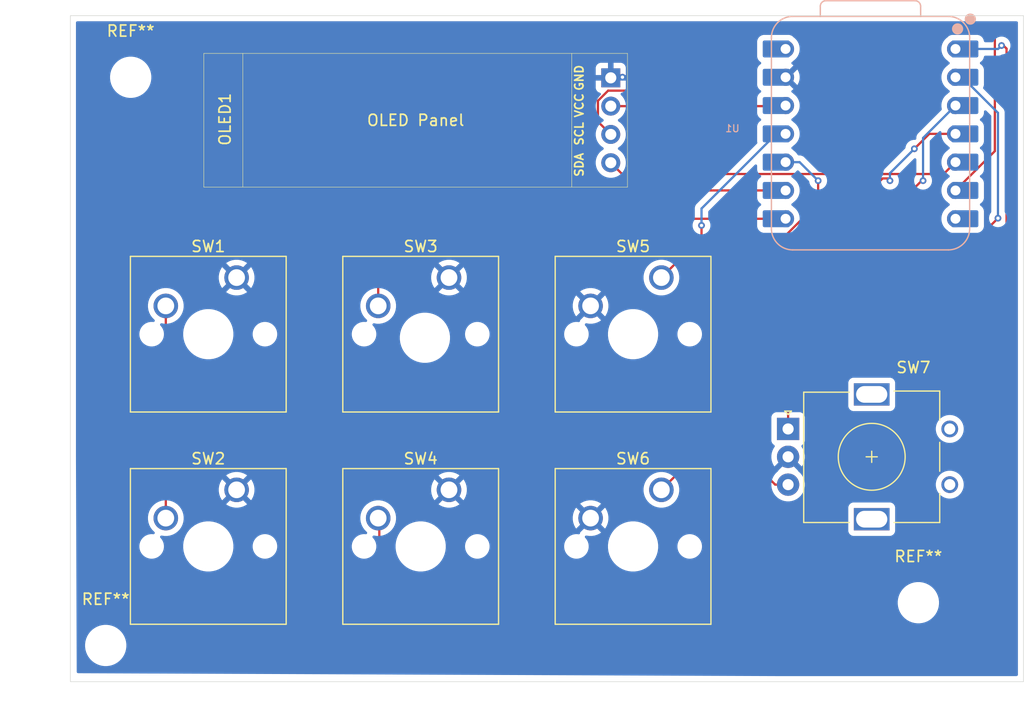
<source format=kicad_pcb>
(kicad_pcb (version 20241229) (generator "pcbnew") (generator_version "9.0")
  (layers (0 "F.Cu" signal) (2 "B.Cu" signal) (13 "F.Paste" user) (15 "B.Paste" user) (5 "F.SilkS" user "F.Silkscreen") (7 "B.SilkS" user "B.Silkscreen") (1 "F.Mask" user) (3 "B.Mask" user) (25 "Edge.Cuts" user))
  (net 0 "")
  (net 1 "Net-(U1-GPIO26{slash}ADC0{slash}A0)")
  (net 2 "GND")
  (net 3 "Net-(U1-GPIO2{slash}SCK)")
  (net 4 "Net-(U1-GPIO1{slash}RX)")
  (net 5 "Net-(U1-GPIO27{slash}ADC1{slash}A1)")
  (net 6 "Net-(U1-GPIO3{slash}MOSI)")
  (net 7 "Net-(U1-GPIO4{slash}MISO)")
  (net 8 "Net-(U1-GPIO28{slash}ADC2{slash}A2)")
  (net 9 "Net-(U1-GPIO29{slash}ADC3{slash}A3)")
  (net 10 "+5V")
  (net 13 "Net-(OLED1-SCL)")
  (net 14 "Net-(OLED1-SDA)")
  (net 15 "/3V3")
  (footprint "Button_Switch_Keyboard:SW_Cherry_MX_1.00u_PCB" (layer "F.Cu") (at 44.97 119.09)
    (property "Reference" "SW2" (at -2.54 -2.794 0) (layer "F.SilkS"))
    (property "Value" "SW_Push")
    (fp_line (start -9.525 -1.905) (end 4.445 -1.905) (stroke (width 0.12)) (layer "F.SilkS"))
    (fp_line (start -9.525 12.065) (end -9.525 -1.905) (stroke (width 0.12)) (layer "F.SilkS"))
    (fp_line (start 4.445 -1.905) (end 4.445 12.065) (stroke (width 0.12)) (layer "F.SilkS"))
    (fp_line (start 4.445 12.065) (end -9.525 12.065) (stroke (width 0.12)) (layer "F.SilkS"))
    (pad "" np_thru_hole circle (at -7.62 5.08) (size 1.7 1.7) (drill 1.7) (layers "*.Cu" "*.Mask"))
    (pad "" np_thru_hole circle (at -2.54 5.08) (size 4 4) (drill 4) (layers "*.Cu" "*.Mask"))
    (pad "" np_thru_hole circle (at 2.54 5.08) (size 1.7 1.7) (drill 1.7) (layers "*.Cu" "*.Mask"))
    (pad "1" thru_hole circle (at 0 0) (size 2.2 2.2) (drill 1.5) (layers "*.Cu" "*.Mask") (net 2 "GND"))
    (pad "2" thru_hole circle (at -6.35 2.54) (size 2.2 2.2) (drill 1.5) (layers "*.Cu" "*.Mask") (net 3 "Net-(U1-GPIO2{slash}SCK)"))
  )
  (footprint "Button_Switch_Keyboard:SW_Cherry_MX_1.00u_PCB" (layer "F.Cu") (at 44.97 100.04)
    (property "Reference" "SW1" (at -2.54 -2.794 0) (layer "F.SilkS"))
    (property "Value" "SW_Push")
    (fp_line (start -9.525 -1.905) (end 4.445 -1.905) (stroke (width 0.12)) (layer "F.SilkS"))
    (fp_line (start -9.525 12.065) (end -9.525 -1.905) (stroke (width 0.12)) (layer "F.SilkS"))
    (fp_line (start 4.445 -1.905) (end 4.445 12.065) (stroke (width 0.12)) (layer "F.SilkS"))
    (fp_line (start 4.445 12.065) (end -9.525 12.065) (stroke (width 0.12)) (layer "F.SilkS"))
    (pad "" np_thru_hole circle (at -7.62 5.08) (size 1.7 1.7) (drill 1.7) (layers "*.Cu" "*.Mask"))
    (pad "" np_thru_hole circle (at -2.54 5.08) (size 4 4) (drill 4) (layers "*.Cu" "*.Mask"))
    (pad "" np_thru_hole circle (at 2.54 5.08) (size 1.7 1.7) (drill 1.7) (layers "*.Cu" "*.Mask"))
    (pad "1" thru_hole circle (at 0 0) (size 2.2 2.2) (drill 1.5) (layers "*.Cu" "*.Mask") (net 2 "GND"))
    (pad "2" thru_hole circle (at -6.35 2.54) (size 2.2 2.2) (drill 1.5) (layers "*.Cu" "*.Mask") (net 1 "Net-(U1-GPIO26{slash}ADC0{slash}A0)"))
  )
  (footprint "MountingHole:MountingHole_3.2mm_M3" (layer "F.Cu") (at 35.47 82.06)
    (property "Reference" "REF**" (at 0 -4.15 0) (layer "F.SilkS"))
    (property "Value" "MountingHole_3.2mm_M3")
    (pad "" np_thru_hole circle (at 0 0) (size 3.2 3.2) (drill 3.2) (layers "*.Cu" "*.Mask"))
  )
  (footprint "SSD1306_OLED-0.91-128x32:SSD1306-0.91-OLED-4pin-128x32" (layer "F.Cu") (at 42.03 79.92)
    (property "Reference" "OLED1" (at 1.9 5.91 90) (layer "F.SilkS"))
    (property "Value" "Conn_01x04")
    (fp_line (start 0 0) (end 0 12) (stroke (width 0.04)) (layer "F.SilkS"))
    (fp_line (start 0 12) (end 38 12) (stroke (width 0.04)) (layer "F.SilkS"))
    (fp_line (start 3.5 0) (end 3.5 12) (stroke (width 0.04)) (layer "F.SilkS"))
    (fp_line (start 33 0) (end 33 12) (stroke (width 0.04)) (layer "F.SilkS"))
    (fp_line (start 38 0) (end 0 0) (stroke (width 0.04)) (layer "F.SilkS"))
    (fp_line (start 38 12) (end 38 0) (stroke (width 0.04)) (layer "F.SilkS"))
    (fp_text user "GND" (at 33.67 2.19 90) (layer "F.SilkS") (effects (font (size 0.75 0.75))))
    (fp_text user "SDA" (at 33.67 10 90) (layer "F.SilkS") (effects (font (size 0.75 0.75))))
    (fp_text user "VCC" (at 33.67 4.66 90) (layer "F.SilkS") (effects (font (size 0.75 0.75))))
    (fp_text user "SCL" (at 33.67 7.21 90) (layer "F.SilkS") (effects (font (size 0.75 0.75))))
    (fp_text user "OLED Panel" (at 19 6 0) (layer "F.SilkS"))
    (pad "1" thru_hole rect (at 36.5 2.19) (size 1.7 1.7) (drill 1) (layers "*.Cu" "*.Mask") (net 2 "GND"))
    (pad "2" thru_hole oval (at 36.5 4.73) (size 1.7 1.7) (drill 1) (layers "*.Cu" "*.Mask") (net 15 "/3V3"))
    (pad "3" thru_hole oval (at 36.5 7.27) (size 1.7 1.7) (drill 1) (layers "*.Cu" "*.Mask") (net 13 "Net-(OLED1-SCL)"))
    (pad "4" thru_hole oval (at 36.5 9.81) (size 1.7 1.7) (drill 1) (layers "*.Cu" "*.Mask") (net 14 "Net-(OLED1-SDA)"))
  )
  (footprint "Button_Switch_Keyboard:SW_Cherry_MX_1.00u_PCB" (layer "F.Cu") (at 64.02 100.04)
    (property "Reference" "SW3" (at -2.54 -2.794 0) (layer "F.SilkS"))
    (property "Value" "SW_Push")
    (fp_line (start -9.525 -1.905) (end 4.445 -1.905) (stroke (width 0.12)) (layer "F.SilkS"))
    (fp_line (start -9.525 12.065) (end -9.525 -1.905) (stroke (width 0.12)) (layer "F.SilkS"))
    (fp_line (start 4.445 -1.905) (end 4.445 12.065) (stroke (width 0.12)) (layer "F.SilkS"))
    (fp_line (start 4.445 12.065) (end -9.525 12.065) (stroke (width 0.12)) (layer "F.SilkS"))
    (pad "" np_thru_hole circle (at -7.62 5.08) (size 1.7 1.7) (drill 1.7) (layers "*.Cu" "*.Mask"))
    (pad "" np_thru_hole circle (at -2.16 5.4) (size 4 4) (drill 4) (layers "*.Cu" "*.Mask"))
    (pad "" np_thru_hole circle (at 2.54 5.08) (size 1.7 1.7) (drill 1.7) (layers "*.Cu" "*.Mask"))
    (pad "1" thru_hole circle (at 0 0) (size 2.2 2.2) (drill 1.5) (layers "*.Cu" "*.Mask") (net 2 "GND"))
    (pad "2" thru_hole circle (at -6.35 2.54) (size 2.2 2.2) (drill 1.5) (layers "*.Cu" "*.Mask") (net 4 "Net-(U1-GPIO1{slash}RX)"))
  )
  (footprint "Button_Switch_Keyboard:SW_Cherry_MX_1.00u_PCB" (layer "F.Cu") (at 83.07 100.04)
    (property "Reference" "SW5" (at -2.54 -2.794 0) (layer "F.SilkS"))
    (property "Value" "SW_Push")
    (fp_line (start -9.525 -1.905) (end 4.445 -1.905) (stroke (width 0.12)) (layer "F.SilkS"))
    (fp_line (start -9.525 12.065) (end -9.525 -1.905) (stroke (width 0.12)) (layer "F.SilkS"))
    (fp_line (start 4.445 -1.905) (end 4.445 12.065) (stroke (width 0.12)) (layer "F.SilkS"))
    (fp_line (start 4.445 12.065) (end -9.525 12.065) (stroke (width 0.12)) (layer "F.SilkS"))
    (pad "" np_thru_hole circle (at -7.62 5.08) (size 1.7 1.7) (drill 1.7) (layers "*.Cu" "*.Mask"))
    (pad "" np_thru_hole circle (at -2.54 5.08) (size 4 4) (drill 4) (layers "*.Cu" "*.Mask"))
    (pad "" np_thru_hole circle (at 2.54 5.08) (size 1.7 1.7) (drill 1.7) (layers "*.Cu" "*.Mask"))
    (pad "1" thru_hole circle (at 0 0) (size 2.2 2.2) (drill 1.5) (layers "*.Cu" "*.Mask") (net 6 "Net-(U1-GPIO3{slash}MOSI)"))
    (pad "2" thru_hole circle (at -6.35 2.54) (size 2.2 2.2) (drill 1.5) (layers "*.Cu" "*.Mask") (net 2 "GND"))
  )
  (footprint "MountingHole:MountingHole_3.2mm_M3" (layer "F.Cu") (at 33.23 133.06)
    (property "Reference" "REF**" (at 0 -4.15 0) (layer "F.SilkS"))
    (property "Value" "MountingHole_3.2mm_M3")
    (pad "" np_thru_hole circle (at 0 0) (size 3.2 3.2) (drill 3.2) (layers "*.Cu" "*.Mask"))
  )
  (footprint "MountingHole:MountingHole_3.2mm_M3" (layer "F.Cu") (at 106.12 129.22)
    (property "Reference" "REF**" (at 0 -4.15 0) (layer "F.SilkS"))
    (property "Value" "MountingHole_3.2mm_M3")
    (pad "" np_thru_hole circle (at 0 0) (size 3.2 3.2) (drill 3.2) (layers "*.Cu" "*.Mask"))
  )
  (footprint "Rotary_Encoder:RotaryEncoder_Alps_EC11E_Vertical_H20mm" (layer "F.Cu") (at 94.435 113.625)
    (property "Reference" "SW7" (at 11.245 -5.515 0) (layer "F.SilkS"))
    (property "Value" "RotaryEncoder")
    (fp_line (start -0.3 -1.6) (end 0.3 -1.6) (stroke (width 0.12)) (layer "F.SilkS"))
    (fp_line (start 0 -1.3) (end -0.3 -1.6) (stroke (width 0.12)) (layer "F.SilkS"))
    (fp_line (start 0.3 -1.6) (end 0 -1.3) (stroke (width 0.12)) (layer "F.SilkS"))
    (fp_line (start 1.4 -3.3) (end 1.4 8.4) (stroke (width 0.12)) (layer "F.SilkS"))
    (fp_line (start 5.5 -3.3) (end 1.4 -3.3) (stroke (width 0.12)) (layer "F.SilkS"))
    (fp_line (start 5.5 8.4) (end 1.4 8.4) (stroke (width 0.12)) (layer "F.SilkS"))
    (fp_line (start 7 2.5) (end 8 2.5) (stroke (width 0.12)) (layer "F.SilkS"))
    (fp_line (start 7.5 2) (end 7.5 3) (stroke (width 0.12)) (layer "F.SilkS"))
    (fp_line (start 9.5 -3.4) (end 13.6 -3.4) (stroke (width 0.12)) (layer "F.SilkS"))
    (fp_line (start 13.6 -3.4) (end 13.6 -0.8) (stroke (width 0.12)) (layer "F.SilkS"))
    (fp_line (start 13.6 1.2) (end 13.6 3.8) (stroke (width 0.12)) (layer "F.SilkS"))
    (fp_line (start 13.6 5.8) (end 13.6 8.4) (stroke (width 0.12)) (layer "F.SilkS"))
    (fp_line (start 13.6 8.4) (end 9.5 8.4) (stroke (width 0.12)) (layer "F.SilkS"))
    (fp_circle (center 7.5 2.5) (end 10.5 2.5) (stroke (width 0.12)) (fill no) (layer "F.SilkS"))
    (pad "" thru_hole circle (at 14.5 0) (size 1.5 1.5) (drill 1) (layers "*.Cu" "*.Mask"))
    (pad "" thru_hole circle (at 14.5 5) (size 1.5 1.5) (drill 1) (layers "*.Cu" "*.Mask"))
    (pad "A" thru_hole rect (at 0 0) (size 2 2) (drill 1) (layers "*.Cu" "*.Mask") (net 8 "Net-(U1-GPIO28{slash}ADC2{slash}A2)"))
    (pad "B" thru_hole circle (at 0 5) (size 2 2) (drill 1) (layers "*.Cu" "*.Mask") (net 9 "Net-(U1-GPIO29{slash}ADC3{slash}A3)"))
    (pad "C" thru_hole circle (at 0 2.5) (size 2 2) (drill 1) (layers "*.Cu" "*.Mask") (net 2 "GND"))
    (pad "MP" thru_hole rect (at 7.5 -3.1) (size 3.2 2) (drill oval 2.8 1.5) (layers "*.Cu" "*.Mask"))
    (pad "MP" thru_hole rect (at 7.5 8.1) (size 3.2 2) (drill oval 2.8 1.5) (layers "*.Cu" "*.Mask"))
  )
  (footprint "Button_Switch_Keyboard:SW_Cherry_MX_1.00u_PCB" (layer "F.Cu") (at 83.07 119.09)
    (property "Reference" "SW6" (at -2.54 -2.794 0) (layer "F.SilkS"))
    (property "Value" "SW_Push")
    (fp_line (start -9.525 -1.905) (end 4.445 -1.905) (stroke (width 0.12)) (layer "F.SilkS"))
    (fp_line (start -9.525 12.065) (end -9.525 -1.905) (stroke (width 0.12)) (layer "F.SilkS"))
    (fp_line (start 4.445 -1.905) (end 4.445 12.065) (stroke (width 0.12)) (layer "F.SilkS"))
    (fp_line (start 4.445 12.065) (end -9.525 12.065) (stroke (width 0.12)) (layer "F.SilkS"))
    (pad "" np_thru_hole circle (at -7.62 5.08) (size 1.7 1.7) (drill 1.7) (layers "*.Cu" "*.Mask"))
    (pad "" np_thru_hole circle (at -2.54 5.08) (size 4 4) (drill 4) (layers "*.Cu" "*.Mask"))
    (pad "" np_thru_hole circle (at 2.54 5.08) (size 1.7 1.7) (drill 1.7) (layers "*.Cu" "*.Mask"))
    (pad "1" thru_hole circle (at 0 0) (size 2.2 2.2) (drill 1.5) (layers "*.Cu" "*.Mask") (net 7 "Net-(U1-GPIO4{slash}MISO)"))
    (pad "2" thru_hole circle (at -6.35 2.54) (size 2.2 2.2) (drill 1.5) (layers "*.Cu" "*.Mask") (net 2 "GND"))
  )
  (footprint "Button_Switch_Keyboard:SW_Cherry_MX_1.00u_PCB" (layer "F.Cu") (at 64.02 119.09)
    (property "Reference" "SW4" (at -2.54 -2.794 0) (layer "F.SilkS"))
    (property "Value" "SW_Push")
    (fp_line (start -9.525 -1.905) (end 4.445 -1.905) (stroke (width 0.12)) (layer "F.SilkS"))
    (fp_line (start -9.525 12.065) (end -9.525 -1.905) (stroke (width 0.12)) (layer "F.SilkS"))
    (fp_line (start 4.445 -1.905) (end 4.445 12.065) (stroke (width 0.12)) (layer "F.SilkS"))
    (fp_line (start 4.445 12.065) (end -9.525 12.065) (stroke (width 0.12)) (layer "F.SilkS"))
    (pad "" np_thru_hole circle (at -7.62 5.08) (size 1.7 1.7) (drill 1.7) (layers "*.Cu" "*.Mask"))
    (pad "" np_thru_hole circle (at -2.54 5.08) (size 4 4) (drill 4) (layers "*.Cu" "*.Mask"))
    (pad "" np_thru_hole circle (at 2.54 5.08) (size 1.7 1.7) (drill 1.7) (layers "*.Cu" "*.Mask"))
    (pad "1" thru_hole circle (at 0 0) (size 2.2 2.2) (drill 1.5) (layers "*.Cu" "*.Mask") (net 2 "GND"))
    (pad "2" thru_hole circle (at -6.35 2.54) (size 2.2 2.2) (drill 1.5) (layers "*.Cu" "*.Mask") (net 5 "Net-(U1-GPIO27{slash}ADC1{slash}A1)"))
  )
  (footprint "OPL Library:XIAO-RP2040-DIP" (layer "B.Cu") (at 101.83 87.1385 180)
    (property "Reference" "U1" (at 12.39 0.4785 0) (layer "B.SilkS") (effects (font (size 0.635 0.635) (thickness 0.1016)) (justify mirror)))
    (property "Value" "XIAO-RP2040-DIP")
    (fp_line (start 8.89 -8.509) (end 8.89 8.636) (stroke (width 0.127)) (layer "B.SilkS"))
    (fp_line (start 6.985 10.541) (end -6.985 10.541) (stroke (width 0.1)) (layer "B.SilkS"))
    (fp_line (start 6.985 10.541) (end -6.985 10.541) (stroke (width 0.127)) (layer "B.SilkS"))
    (fp_line (start 4.504 11.451) (end 4.504 10.541) (stroke (width 0.127)) (layer "B.SilkS"))
    (fp_line (start -3.991272 11.951) (end 4.004 11.951) (stroke (width 0.127)) (layer "B.SilkS"))
    (fp_line (start -4.495 10.541) (end -4.491272 11.451272) (stroke (width 0.127)) (layer "B.SilkS"))
    (fp_line (start -6.985 -10.414) (end 6.985 -10.414) (stroke (width 0.127)) (layer "B.SilkS"))
    (fp_line (start -8.89 -8.509) (end -8.89 8.636) (stroke (width 0.127)) (layer "B.SilkS"))
    (fp_arc (start 8.89 8.636) (mid 8.332038 9.983038) (end 6.985 10.541) (stroke (width 0.127)) (layer "B.SilkS"))
    (fp_arc (start 6.985 -10.414) (mid 8.332038 -9.856038) (end 8.89 -8.509) (stroke (width 0.127)) (layer "B.SilkS"))
    (fp_arc (start 4.504 11.451) (mid 4.357553 11.804553) (end 4.004 11.951) (stroke (width 0.127)) (layer "B.SilkS"))
    (fp_arc (start -3.991272 11.951) (mid -4.344724 11.804644) (end -4.491272 11.451272) (stroke (width 0.127)) (layer "B.SilkS"))
    (fp_arc (start -6.985 10.541) (mid -8.332038 9.983038) (end -8.89 8.636) (stroke (width 0.127)) (layer "B.SilkS"))
    (fp_arc (start -8.89 -8.509) (mid -8.332038 -9.856038) (end -6.985 -10.414) (stroke (width 0.127)) (layer "B.SilkS"))
    (fp_circle (center -7.807 9.42) (end -7.807 9.674) (stroke (width 0.5)) (fill yes) (layer "B.SilkS"))
    (fp_circle (center -8.95 10.3) (end -8.95 10.554) (stroke (width 0.5)) (fill yes) (layer "B.SilkS"))
    (pad "1" smd roundrect (at -8.455 7.62) (size 2.432 1.524) (layers "B.Cu" "B.Mask") (roundrect_rratio 0.1) (net 1 "Net-(U1-GPIO26{slash}ADC0{slash}A0)"))
    (pad "1" thru_hole circle (at -7.62 7.62) (size 1.524 1.524) (drill 0.889) (layers "*.Cu" "*.Mask") (net 1 "Net-(U1-GPIO26{slash}ADC0{slash}A0)"))
    (pad "2" smd roundrect (at -8.455 5.08) (size 2.432 1.524) (layers "B.Cu" "B.Mask") (roundrect_rratio 0.1) (net 5 "Net-(U1-GPIO27{slash}ADC1{slash}A1)"))
    (pad "2" thru_hole circle (at -7.62 5.08) (size 1.524 1.524) (drill 0.889) (layers "*.Cu" "*.Mask") (net 5 "Net-(U1-GPIO27{slash}ADC1{slash}A1)"))
    (pad "3" smd roundrect (at -8.455 2.54) (size 2.432 1.524) (layers "B.Cu" "B.Mask") (roundrect_rratio 0.1) (net 8 "Net-(U1-GPIO28{slash}ADC2{slash}A2)"))
    (pad "3" thru_hole circle (at -7.62 2.54) (size 1.524 1.524) (drill 0.889) (layers "*.Cu" "*.Mask") (net 8 "Net-(U1-GPIO28{slash}ADC2{slash}A2)"))
    (pad "4" smd roundrect (at -8.455 0) (size 2.432 1.524) (layers "B.Cu" "B.Mask") (roundrect_rratio 0.1) (net 9 "Net-(U1-GPIO29{slash}ADC3{slash}A3)"))
    (pad "4" thru_hole circle (at -7.62 0) (size 1.524 1.524) (drill 0.889) (layers "*.Cu" "*.Mask") (net 9 "Net-(U1-GPIO29{slash}ADC3{slash}A3)"))
    (pad "5" smd roundrect (at -8.455 -2.54) (size 2.432 1.524) (layers "B.Cu" "B.Mask") (roundrect_rratio 0.1) (net 14 "Net-(OLED1-SDA)"))
    (pad "5" thru_hole circle (at -7.62 -2.54) (size 1.524 1.524) (drill 0.889) (layers "*.Cu" "*.Mask") (net 14 "Net-(OLED1-SDA)"))
    (pad "6" smd roundrect (at -8.455 -5.08) (size 2.432 1.524) (layers "B.Cu" "B.Mask") (roundrect_rratio 0.1) (net 13 "Net-(OLED1-SCL)"))
    (pad "6" thru_hole circle (at -7.62 -5.08) (size 1.524 1.524) (drill 0.889) (layers "*.Cu" "*.Mask") (net 13 "Net-(OLED1-SCL)"))
    (pad "7" smd roundrect (at -8.455 -7.62) (size 2.432 1.524) (layers "B.Cu" "B.Mask") (roundrect_rratio 0.1))
    (pad "7" thru_hole circle (at -7.62 -7.62) (size 1.524 1.524) (drill 0.889) (layers "*.Cu" "*.Mask"))
    (pad "8" thru_hole circle (at 7.62 -7.62 180) (size 1.524 1.524) (drill 0.889) (layers "*.Cu" "*.Mask") (net 4 "Net-(U1-GPIO1{slash}RX)"))
    (pad "8" smd roundrect (at 8.455 -7.62 180) (size 2.432 1.524) (layers "B.Cu" "B.Mask") (roundrect_rratio 0.1) (net 4 "Net-(U1-GPIO1{slash}RX)"))
    (pad "9" thru_hole circle (at 7.62 -5.08 180) (size 1.524 1.524) (drill 0.889) (layers "*.Cu" "*.Mask") (net 3 "Net-(U1-GPIO2{slash}SCK)"))
    (pad "9" smd roundrect (at 8.455 -5.08 180) (size 2.432 1.524) (layers "B.Cu" "B.Mask") (roundrect_rratio 0.1) (net 3 "Net-(U1-GPIO2{slash}SCK)"))
    (pad "10" thru_hole circle (at 7.62 -2.54 180) (size 1.524 1.524) (drill 0.889) (layers "*.Cu" "*.Mask") (net 7 "Net-(U1-GPIO4{slash}MISO)"))
    (pad "10" smd roundrect (at 8.455 -2.54 180) (size 2.432 1.524) (layers "B.Cu" "B.Mask") (roundrect_rratio 0.1) (net 7 "Net-(U1-GPIO4{slash}MISO)"))
    (pad "11" thru_hole circle (at 7.62 0 180) (size 1.524 1.524) (drill 0.889) (layers "*.Cu" "*.Mask") (net 6 "Net-(U1-GPIO3{slash}MOSI)"))
    (pad "11" smd roundrect (at 8.455 0 180) (size 2.432 1.524) (layers "B.Cu" "B.Mask") (roundrect_rratio 0.1) (net 6 "Net-(U1-GPIO3{slash}MOSI)"))
    (pad "12" thru_hole circle (at 7.62 2.54 180) (size 1.524 1.524) (drill 0.889) (layers "*.Cu" "*.Mask") (net 15 "/3V3"))
    (pad "12" smd roundrect (at 8.455 2.54 180) (size 2.432 1.524) (layers "B.Cu" "B.Mask") (roundrect_rratio 0.1) (net 15 "/3V3"))
    (pad "13" thru_hole circle (at 7.62 5.08 180) (size 1.524 1.524) (drill 0.889) (layers "*.Cu" "*.Mask") (net 2 "GND"))
    (pad "13" smd roundrect (at 8.455 5.08 180) (size 2.432 1.524) (layers "B.Cu" "B.Mask") (roundrect_rratio 0.1) (net 2 "GND"))
    (pad "14" thru_hole circle (at 7.62 7.62 180) (size 1.524 1.524) (drill 0.889) (layers "*.Cu" "*.Mask") (net 10 "+5V"))
    (pad "14" smd roundrect (at 8.455 7.62 180) (size 2.432 1.524) (layers "B.Cu" "B.Mask") (roundrect_rratio 0.1) (net 10 "+5V"))
  )
  (gr_rect (start 30.06 76.53) (end 115.55 136.31) (stroke (width 0.05)) (fill no) (layer "Edge.Cuts"))
  (segment (start 40.91 134.27) (end 113.47 134.27) (width 0.2) (layer "F.Cu") (net 1))
  (segment (start 113.47 134.27) (end 114.03 133.71) (width 0.2) (layer "F.Cu") (net 1))
  (segment (start 114.03 133.71) (end 114.03 79.49) (width 0.2) (layer "F.Cu") (net 1))
  (segment (start 38.62 102.58) (end 38.62 111.93) (width 0.2) (layer "F.Cu") (net 1))
  (segment (start 33.01 126.37) (end 40.91 134.27) (width 0.2) (layer "F.Cu") (net 1))
  (segment (start 38.62 111.93) (end 32.83 117.72) (width 0.2) (layer "F.Cu") (net 1))
  (segment (start 114.03 79.49) (end 113.75 79.21) (width 0.2) (layer "F.Cu") (net 1))
  (segment (start 32.83 117.72) (end 32.83 126.37) (width 0.2) (layer "F.Cu") (net 1))
  (segment (start 32.83 126.37) (end 33.01 126.37) (width 0.2) (layer "F.Cu") (net 1))
  (segment (start 113.75 79.21) (end 113.58 79.21) (width 0.2) (layer "F.Cu") (net 1))
  (via (at 113.58 79.21) (size 0.6) (drill 0.3) (layers "F.Cu" "B.Cu") (net 1))
  (segment (start 113.58 79.21) (end 113.2715 79.5185) (width 0.2) (layer "B.Cu") (net 1))
  (segment (start 113.2715 79.5185) (end 110.285 79.5185) (width 0.2) (layer "B.Cu") (net 1))
  (segment (start 78.53 82.11) (end 78.54 82.1) (width 0.2) (layer "F.Cu") (net 2))
  (segment (start 79.538026 82.09) (end 79.578271 82.049755) (width 0.2) (layer "F.Cu") (net 2))
  (segment (start 78.54 82.1) (end 78.54 82.09) (width 0.2) (layer "F.Cu") (net 2))
  (segment (start 78.54 82.09) (end 79.538026 82.09) (width 0.2) (layer "F.Cu") (net 2))
  (via (at 79.578271 82.049755) (size 0.6) (drill 0.3) (layers "F.Cu" "B.Cu") (net 2))
  (segment (start 38.62 115.59) (end 39.6 114.61) (width 0.2) (layer "F.Cu") (net 3))
  (segment (start 52.415 97.915) (end 52.58 97.75) (width 0.2) (layer "F.Cu") (net 3))
  (segment (start 38.62 121.63) (end 38.62 115.59) (width 0.2) (layer "F.Cu") (net 3))
  (segment (start 52.58 111.37) (end 52.58 97.75) (width 0.2) (layer "F.Cu") (net 3))
  (segment (start 48.98 114.54) (end 49.41 114.54) (width 0.2) (layer "F.Cu") (net 3))
  (segment (start 49.41 114.54) (end 52.58 111.37) (width 0.2) (layer "F.Cu") (net 3))
  (segment (start 52.58 97.75) (end 58.1115 92.2185) (width 0.2) (layer "F.Cu") (net 3))
  (segment (start 39.6 114.61) (end 48.91 114.61) (width 0.2) (layer "F.Cu") (net 3))
  (segment (start 58.1115 92.2185) (end 94.21 92.2185) (width 0.2) (layer "F.Cu") (net 3))
  (segment (start 48.91 114.61) (end 48.98 114.54) (width 0.2) (layer "F.Cu") (net 3))
  (segment (start 66.72 94.78) (end 66.7415 94.7585) (width 0.2) (layer "F.Cu") (net 4))
  (segment (start 66.7415 94.7585) (end 94.21 94.7585) (width 0.2) (layer "F.Cu") (net 4))
  (segment (start 57.67 102.58) (end 57.67 96.89) (width 0.2) (layer "F.Cu") (net 4))
  (segment (start 57.67 96.89) (end 59.78 94.78) (width 0.2) (layer "F.Cu") (net 4))
  (segment (start 59.78 94.78) (end 66.72 94.78) (width 0.2) (layer "F.Cu") (net 4))
  (segment (start 57.67 121.63) (end 57.77 121.73) (width 0.2) (layer "F.Cu") (net 5))
  (segment (start 57.77 132.34) (end 58.75 133.32) (width 0.2) (layer "F.Cu") (net 5))
  (segment (start 58.75 133.32) (end 111.02 133.32) (width 0.2) (layer "F.Cu") (net 5))
  (segment (start 111.02 133.32) (end 111.58 132.76) (width 0.2) (layer "F.Cu") (net 5))
  (segment (start 111.58 132.76) (end 111.58 104.94) (width 0.2) (layer "F.Cu") (net 5))
  (segment (start 113.26 94.71) (end 113.28 94.73) (width 0.2) (layer "F.Cu") (net 5))
  (segment (start 111.51 104.87) (end 111.51 96.46) (width 0.2) (layer "F.Cu") (net 5))
  (segment (start 111.51 96.46) (end 113.26 94.71) (width 0.2) (layer "F.Cu") (net 5))
  (segment (start 111.58 104.94) (end 111.51 104.87) (width 0.2) (layer "F.Cu") (net 5))
  (segment (start 57.77 121.73) (end 57.77 132.34) (width 0.2) (layer "F.Cu") (net 5))
  (via (at 113.26 94.71) (size 0.6) (drill 0.3) (layers "F.Cu" "B.Cu") (net 5))
  (segment (start 113.26 94.71) (end 113.26 85.254874) (width 0.2) (layer "B.Cu") (net 5))
  (segment (start 110.063626 82.0585) (end 109.45 82.0585) (width 0.2) (layer "B.Cu") (net 5))
  (segment (start 113.26 85.254874) (end 110.063626 82.0585) (width 0.2) (layer "B.Cu") (net 5))
  (segment (start 83.07 100.04) (end 86.67 96.44) (width 0.2) (layer "F.Cu") (net 6))
  (segment (start 86.67 95.42) (end 86.67 95.3585) (width 0.2) (layer "F.Cu") (net 6))
  (segment (start 86.67 96.44) (end 86.67 95.42) (width 0.2) (layer "F.Cu") (net 6))
  (via (at 86.67 95.3585) (size 0.6) (drill 0.3) (layers "F.Cu" "B.Cu") (net 6))
  (segment (start 86.67 95.3585) (end 86.67 93.8435) (width 0.2) (layer "B.Cu") (net 6))
  (segment (start 86.67 93.8435) (end 93.375 87.1385) (width 0.2) (layer "B.Cu") (net 6))
  (segment (start 97.13 93.34181) (end 97.13 91.1425) (width 0.2) (layer "F.Cu") (net 7))
  (segment (start 88.95 101.52181) (end 97.13 93.34181) (width 0.2) (layer "F.Cu") (net 7))
  (segment (start 83.07 119.09) (end 88.76 113.4) (width 0.2) (layer "F.Cu") (net 7))
  (segment (start 88.95 113.4) (end 88.95 101.52181) (width 0.2) (layer "F.Cu") (net 7))
  (segment (start 88.76 113.4) (end 88.95 113.4) (width 0.2) (layer "F.Cu") (net 7))
  (segment (start 97.13 91.1425) (end 97.13 91.3415) (width 0.2) (layer "F.Cu") (net 7))
  (via (at 97.13 91.3415) (size 0.6) (drill 0.3) (layers "F.Cu" "B.Cu") (net 7))
  (segment (start 97.13 91.3415) (end 95.467 89.6785) (width 0.2) (layer "B.Cu") (net 7))
  (segment (start 95.467 89.6785) (end 94.21 89.6785) (width 0.2) (layer "B.Cu") (net 7))
  (segment (start 94.435 113.625) (end 94.435 103.325) (width 0.2) (layer "F.Cu") (net 8))
  (segment (start 94.435 103.325) (end 105.88 91.88) (width 0.2) (layer "F.Cu") (net 8))
  (segment (start 105.88 91.88) (end 106.4185 91.3415) (width 0.2) (layer "F.Cu") (net 8))
  (segment (start 106.4185 91.3415) (end 106.54 91.3415) (width 0.2) (layer "F.Cu") (net 8))
  (via (at 106.54 91.3415) (size 0.6) (drill 0.3) (layers "F.Cu" "B.Cu") (net 8))
  (segment (start 106.54 91.3415) (end 106.54 87.5085) (width 0.2) (layer "B.Cu") (net 8))
  (segment (start 106.54 87.5085) (end 109.45 84.5985) (width 0.2) (layer "B.Cu") (net 8))
  (segment (start 103.57 91.3415) (end 103.61 91.3015) (width 0.2) (layer "F.Cu") (net 9))
  (segment (start 103.61 91.1425) (end 102.9075 91.1425) (width 0.2) (layer "F.Cu") (net 9))
  (segment (start 103.61 91.3015) (end 103.61 91.1425) (width 0.2) (layer "F.Cu") (net 9))
  (segment (start 105.76 88.48) (end 107.1015 87.1385) (width 0.2) (layer "F.Cu") (net 9))
  (segment (start 102.9075 91.1425) (end 91.84 102.21) (width 0.2) (layer "F.Cu") (net 9))
  (segment (start 91.84 102.21) (end 91.1 102.21) (width 0.2) (layer "F.Cu") (net 9))
  (segment (start 107.1015 87.1385) (end 109.45 87.1385) (width 0.2) (layer "F.Cu") (net 9))
  (segment (start 90.63 115.975) (end 93.28 118.625) (width 0.2) (layer "F.Cu") (net 9))
  (segment (start 93.28 118.625) (end 94.435 118.625) (width 0.2) (layer "F.Cu") (net 9))
  (segment (start 90.63 102.68) (end 90.63 115.975) (width 0.2) (layer "F.Cu") (net 9))
  (segment (start 91.1 102.21) (end 90.63 102.68) (width 0.2) (layer "F.Cu") (net 9))
  (via (at 103.57 91.3415) (size 0.6) (drill 0.3) (layers "F.Cu" "B.Cu") (net 9))
  (via (at 105.76 88.48) (size 0.6) (drill 0.3) (layers "F.Cu" "B.Cu") (net 9))
  (segment (start 103.57 91.3415) (end 103.57 90.67) (width 0.2) (layer "B.Cu") (net 9))
  (segment (start 103.57 90.67) (end 105.76 88.48) (width 0.2) (layer "B.Cu") (net 9))
  (segment (start 78.29124 83.261) (end 86.379 83.261) (width 0.2) (layer "F.Cu") (net 13))
  (segment (start 77.379 86.039) (end 77.379 84.17324) (width 0.2) (layer "F.Cu") (net 13))
  (segment (start 91.93 77.71) (end 112.62 77.71) (width 0.2) (layer "F.Cu") (net 13))
  (segment (start 112.62 77.71) (end 112.98 78.07) (width 0.2) (layer "F.Cu") (net 13))
  (segment (start 86.379 83.261) (end 91.93 77.71) (width 0.2) (layer "F.Cu") (net 13))
  (segment (start 112.98 88.6885) (end 109.45 92.2185) (width 0.2) (layer "F.Cu") (net 13))
  (segment (start 78.53 87.19) (end 77.379 86.039) (width 0.2) (layer "F.Cu") (net 13))
  (segment (start 77.379 84.17324) (end 78.29124 83.261) (width 0.2) (layer "F.Cu") (net 13))
  (segment (start 112.98 78.07) (end 112.98 88.6885) (width 0.2) (layer "F.Cu") (net 13))
  (segment (start 79.5415 90.7415) (end 108.387 90.7415) (width 0.2) (layer "F.Cu") (net 14))
  (segment (start 78.53 89.73) (end 79.5415 90.7415) (width 0.2) (layer "F.Cu") (net 14))
  (segment (start 108.387 90.7415) (end 109.45 89.6785) (width 0.2) (layer "F.Cu") (net 14))
  (segment (start 78.53 84.65) (end 94.1585 84.65) (width 0.2) (layer "F.Cu") (net 15))
  (segment (start 94.1585 84.65) (end 94.21 84.5985) (width 0.2) (layer "F.Cu") (net 15))
  (zone (net 2) (net_name "GND") (layer "B.Cu") (connect_pads (clearance 0.5)) (min_thickness 0.25) (fill yes (thermal_gap 0.5) (thermal_bridge_width 0.5))
    (polygon (pts (xy 30.42 76.93) (xy 115.08 76.93) (xy 115.22 135.9) (xy 30.63 135.55)))
  )
)
</source>
